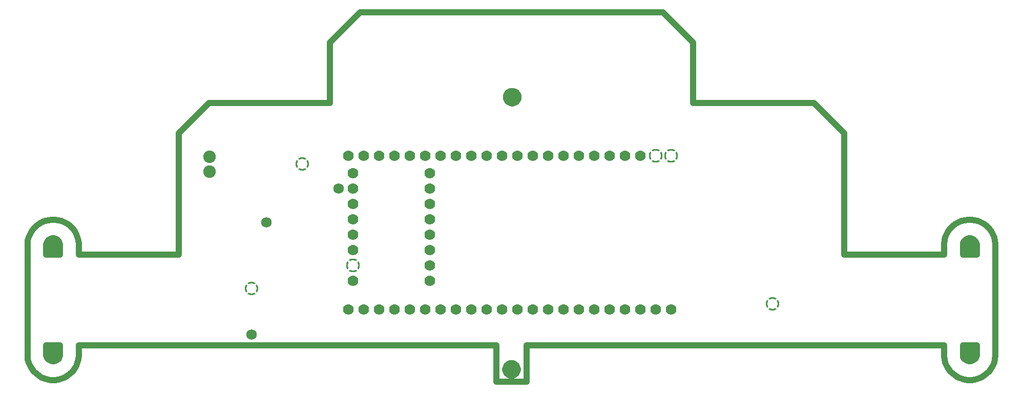
<source format=gbr>
%TF.GenerationSoftware,Altium Limited,Altium Designer,24.7.2 (38)*%
G04 Layer_Physical_Order=3*
G04 Layer_Color=128*
%FSLAX45Y45*%
%MOMM*%
%TF.SameCoordinates,4658354D-353F-4C49-8F46-90FD7368F250*%
%TF.FilePolarity,Negative*%
%TF.FileFunction,Copper,L3,Inr,Plane*%
%TF.Part,Single*%
G01*
G75*
%TA.AperFunction,NonConductor*%
%ADD25C,1.01600*%
%TA.AperFunction,ComponentPad*%
%ADD26C,2.06600*%
%ADD28C,1.77800*%
G04:AMPARAMS|DCode=29|XSize=2.286mm|YSize=2.286mm|CornerRadius=0mm|HoleSize=0mm|Usage=FLASHONLY|Rotation=0.000|XOffset=0mm|YOffset=0mm|HoleType=Round|Shape=Relief|Width=0.254mm|Gap=0.254mm|Entries=4|*
%AMTHD29*
7,0,0,2.28600,1.77800,0.25400,45*
%
%ADD29THD29*%
%TA.AperFunction,ViaPad*%
%ADD31C,1.72720*%
G04:AMPARAMS|DCode=32|XSize=2.2352mm|YSize=2.2352mm|CornerRadius=0mm|HoleSize=0mm|Usage=FLASHONLY|Rotation=0.000|XOffset=0mm|YOffset=0mm|HoleType=Round|Shape=Relief|Width=0.254mm|Gap=0.254mm|Entries=4|*
%AMTHD32*
7,0,0,2.23520,1.72720,0.25400,45*
%
%ADD32THD32*%
G36*
X8361098Y6054861D02*
X8379752Y6047134D01*
X8396540Y6035917D01*
X8410817Y6021640D01*
X8422034Y6004852D01*
X8429761Y5986198D01*
X8433700Y5966395D01*
Y5956300D01*
Y5946205D01*
X8429761Y5926402D01*
X8422034Y5907748D01*
X8410817Y5890960D01*
X8396540Y5876683D01*
X8379752Y5865466D01*
X8361098Y5857739D01*
X8341295Y5853800D01*
X8321105D01*
X8301302Y5857739D01*
X8282648Y5865466D01*
X8265860Y5876683D01*
X8251583Y5890960D01*
X8240366Y5907748D01*
X8232639Y5926402D01*
X8228700Y5946205D01*
Y5956300D01*
Y5966395D01*
X8232639Y5986198D01*
X8240366Y6004852D01*
X8251583Y6021640D01*
X8265860Y6035917D01*
X8282648Y6047134D01*
X8301302Y6054861D01*
X8321105Y6058800D01*
X8341295D01*
X8361098Y6054861D01*
D02*
G37*
G36*
X15938252Y3615098D02*
X15964478Y3599958D01*
X15985889Y3578547D01*
X16001028Y3552323D01*
X16008865Y3523075D01*
Y3507935D01*
Y3357935D01*
X15778865D01*
Y3507935D01*
Y3523075D01*
X15786702Y3552323D01*
X15801842Y3578547D01*
X15823253Y3599958D01*
X15849477Y3615098D01*
X15878725Y3622935D01*
X15909006D01*
X15938252Y3615098D01*
D02*
G37*
G36*
X788253D02*
X814476Y3599958D01*
X835888Y3578547D01*
X851028Y3552323D01*
X858865Y3523075D01*
Y3507935D01*
Y3357935D01*
X628865D01*
Y3507935D01*
Y3523075D01*
X636702Y3552323D01*
X651842Y3578547D01*
X673253Y3599958D01*
X699476Y3615098D01*
X728725Y3622935D01*
X759005D01*
X788253Y3615098D01*
D02*
G37*
G36*
X16008865Y1707935D02*
Y1692795D01*
X16001028Y1663547D01*
X15985889Y1637323D01*
X15964478Y1615912D01*
X15938252Y1600772D01*
X15909006Y1592935D01*
X15878725D01*
X15849477Y1600772D01*
X15823253Y1615912D01*
X15801842Y1637323D01*
X15786702Y1663547D01*
X15778865Y1692795D01*
Y1707935D01*
Y1857935D01*
X16008865D01*
Y1707935D01*
D02*
G37*
G36*
X858865D02*
Y1692795D01*
X851028Y1663547D01*
X835888Y1637323D01*
X814476Y1615912D01*
X788253Y1600772D01*
X759005Y1592935D01*
X728725D01*
X699476Y1600772D01*
X673253Y1615912D01*
X651842Y1637323D01*
X636702Y1663547D01*
X628865Y1692795D01*
Y1707935D01*
Y1857935D01*
X858865D01*
Y1707935D01*
D02*
G37*
G36*
X8348763Y1556496D02*
X8367417Y1548769D01*
X8384205Y1537552D01*
X8398482Y1523275D01*
X8409699Y1506487D01*
X8417426Y1487833D01*
X8421365Y1468030D01*
Y1457935D01*
Y1447840D01*
X8417426Y1428037D01*
X8409699Y1409383D01*
X8398482Y1392595D01*
X8384205Y1378318D01*
X8367417Y1367101D01*
X8348763Y1359374D01*
X8328960Y1355435D01*
X8308770D01*
X8288967Y1359374D01*
X8270313Y1367101D01*
X8253525Y1378318D01*
X8239248Y1392595D01*
X8228031Y1409383D01*
X8220304Y1428037D01*
X8216365Y1447840D01*
Y1457935D01*
Y1468030D01*
X8220304Y1487833D01*
X8228031Y1506487D01*
X8239248Y1523275D01*
X8253525Y1537552D01*
X8270313Y1548769D01*
X8288967Y1556496D01*
X8308770Y1560435D01*
X8328960D01*
X8348763Y1556496D01*
D02*
G37*
D25*
X8328960Y1560435D02*
X8348763Y1556496D01*
X8367417Y1548769D01*
X8384205Y1537552D01*
X8398482Y1523275D01*
X8409699Y1506487D01*
X8417426Y1487833D01*
X8421365Y1468030D01*
Y1457935D02*
Y1468030D01*
Y1447840D02*
Y1457935D01*
X8417426Y1428037D02*
X8421365Y1447840D01*
X8409699Y1409383D02*
X8417426Y1428037D01*
X8398482Y1392595D02*
X8409699Y1409383D01*
X8384205Y1378318D02*
X8398482Y1392595D01*
X8367417Y1367101D02*
X8384205Y1378318D01*
X8348763Y1359374D02*
X8367417Y1367101D01*
X8328960Y1355435D02*
X8348763Y1359374D01*
X8308770Y1355435D02*
X8328960D01*
X8288967Y1359374D02*
X8308770Y1355435D01*
X8270313Y1367101D02*
X8288967Y1359374D01*
X8253525Y1378318D02*
X8270313Y1367101D01*
X8239248Y1392595D02*
X8253525Y1378318D01*
X8228031Y1409383D02*
X8239248Y1392595D01*
X8220304Y1428037D02*
X8228031Y1409383D01*
X8216365Y1447840D02*
X8220304Y1428037D01*
X8216365Y1447840D02*
Y1457935D01*
Y1468030D01*
X8220304Y1487833D01*
X8228031Y1506487D01*
X8239248Y1523275D01*
X8253525Y1537552D01*
X8270313Y1548769D01*
X8288967Y1556496D01*
X8308770Y1560435D01*
X8328960D01*
X8341295Y6058800D02*
X8361098Y6054861D01*
X8379752Y6047134D01*
X8396540Y6035917D01*
X8410817Y6021640D01*
X8422034Y6004852D01*
X8429761Y5986198D01*
X8433700Y5966395D01*
Y5956300D02*
Y5966395D01*
Y5946205D02*
Y5956300D01*
X8429761Y5926402D02*
X8433700Y5946205D01*
X8422034Y5907748D02*
X8429761Y5926402D01*
X8410817Y5890960D02*
X8422034Y5907748D01*
X8396540Y5876683D02*
X8410817Y5890960D01*
X8379752Y5865466D02*
X8396540Y5876683D01*
X8361098Y5857739D02*
X8379752Y5865466D01*
X8341295Y5853800D02*
X8361098Y5857739D01*
X8321105Y5853800D02*
X8341295D01*
X8301302Y5857739D02*
X8321105Y5853800D01*
X8282648Y5865466D02*
X8301302Y5857739D01*
X8265860Y5876683D02*
X8282648Y5865466D01*
X8251583Y5890960D02*
X8265860Y5876683D01*
X8240366Y5907748D02*
X8251583Y5890960D01*
X8232639Y5926402D02*
X8240366Y5907748D01*
X8228700Y5946205D02*
X8232639Y5926402D01*
X8228700Y5946205D02*
Y5956300D01*
Y5966395D01*
X8232639Y5986198D01*
X8240366Y6004852D01*
X8251583Y6021640D01*
X8265860Y6035917D01*
X8282648Y6047134D01*
X8301302Y6054861D01*
X8321105Y6058800D01*
X8341295D01*
X16008865Y1707935D02*
Y1857935D01*
Y1692795D02*
Y1707935D01*
X16001028Y1663547D02*
X16008865Y1692795D01*
X15985889Y1637323D02*
X16001028Y1663547D01*
X15964478Y1615912D02*
X15985889Y1637323D01*
X15938252Y1600772D02*
X15964478Y1615912D01*
X15909006Y1592935D02*
X15938252Y1600772D01*
X15878725Y1592935D02*
X15909006D01*
X15849477Y1600772D02*
X15878725Y1592935D01*
X15823253Y1615912D02*
X15849477Y1600772D01*
X15801842Y1637323D02*
X15823253Y1615912D01*
X15786702Y1663547D02*
X15801842Y1637323D01*
X15778865Y1692795D02*
X15786702Y1663547D01*
X15778865Y1692795D02*
Y1707935D01*
Y1857935D01*
X16008865D01*
X15909006Y3622935D02*
X15938252Y3615098D01*
X15964478Y3599958D01*
X15985889Y3578547D01*
X16001028Y3552323D01*
X16008865Y3523075D01*
Y3507935D02*
Y3523075D01*
Y3357935D02*
Y3507935D01*
X15778865Y3357935D02*
X16008865D01*
X15778865D02*
Y3507935D01*
Y3523075D01*
X15786702Y3552323D01*
X15801842Y3578547D01*
X15823253Y3599958D01*
X15849477Y3615098D01*
X15878725Y3622935D01*
X15909006D01*
X858865Y1707935D02*
Y1857935D01*
Y1692795D02*
Y1707935D01*
X851028Y1663547D02*
X858865Y1692795D01*
X835888Y1637323D02*
X851028Y1663547D01*
X814476Y1615912D02*
X835888Y1637323D01*
X788253Y1600772D02*
X814476Y1615912D01*
X759005Y1592935D02*
X788253Y1600772D01*
X728725Y1592935D02*
X759005D01*
X699476Y1600772D02*
X728725Y1592935D01*
X673253Y1615912D02*
X699476Y1600772D01*
X651842Y1637323D02*
X673253Y1615912D01*
X636702Y1663547D02*
X651842Y1637323D01*
X628865Y1692795D02*
X636702Y1663547D01*
X628865Y1692795D02*
Y1707935D01*
Y1857935D01*
X858865D01*
X759005Y3622935D02*
X788253Y3615098D01*
X814476Y3599958D01*
X835888Y3578547D01*
X851028Y3552323D01*
X858865Y3523075D01*
Y3507935D02*
Y3523075D01*
Y3357935D02*
Y3507935D01*
X628865Y3357935D02*
X858865D01*
X628865D02*
Y3507935D01*
Y3523075D01*
X636702Y3552323D01*
X651842Y3578547D01*
X673253Y3599958D01*
X699476Y3615098D01*
X728725Y3622935D01*
X759005D01*
X1168865Y3535791D02*
X1168865Y3507935D01*
X1161593Y3591026D02*
X1168865Y3535791D01*
X1147173Y3644840D02*
X1161593Y3591026D01*
X1125853Y3696311D02*
X1147173Y3644840D01*
X1097998Y3744559D02*
X1125853Y3696311D01*
X1064082Y3788758D02*
X1097998Y3744559D01*
X1024688Y3828152D02*
X1064082Y3788758D01*
X980489Y3862068D02*
X1024688Y3828152D01*
X932241Y3889924D02*
X980489Y3862068D01*
X880770Y3911244D02*
X932241Y3889924D01*
X826956Y3925663D02*
X880770Y3911244D01*
X771721Y3932935D02*
X826956Y3925663D01*
X716009Y3932935D02*
X771721D01*
X660773Y3925663D02*
X716009Y3932935D01*
X606960Y3911244D02*
X660773Y3925663D01*
X555489Y3889924D02*
X606960Y3911244D01*
X507241Y3862068D02*
X555489Y3889924D01*
X463041Y3828152D02*
X507241Y3862068D01*
X423647Y3788758D02*
X463041Y3828152D01*
X389732Y3744559D02*
X423647Y3788758D01*
X361876Y3696311D02*
X389732Y3744559D01*
X340556Y3644840D02*
X361876Y3696311D01*
X326137Y3591026D02*
X340556Y3644840D01*
X318865Y3535791D02*
X326137Y3591026D01*
X318865Y3507935D02*
Y3535791D01*
X318865Y1680079D02*
Y1707935D01*
Y1680079D02*
X326137Y1624844D01*
X340556Y1571030D01*
X361876Y1519559D01*
X389732Y1471311D01*
X423648Y1427112D01*
X463042Y1387718D01*
X507241Y1353802D01*
X555489Y1325946D01*
X606960Y1304626D01*
X660774Y1290207D01*
X716009Y1282935D01*
X771721D01*
X826956Y1290207D01*
X880770Y1304626D01*
X932241Y1325946D01*
X980489Y1353802D01*
X1024688Y1387718D01*
X1064082Y1427112D01*
X1097998Y1471311D01*
X1125854Y1519559D01*
X1147174Y1571030D01*
X1161593Y1624844D01*
X1168865Y1680079D01*
Y1707935D01*
X15468864Y1680079D02*
Y1707935D01*
Y1680079D02*
X15476137Y1624844D01*
X15490556Y1571030D01*
X15511876Y1519559D01*
X15539732Y1471311D01*
X15573647Y1427112D01*
X15613042Y1387718D01*
X15657240Y1353802D01*
X15705489Y1325946D01*
X15756960Y1304626D01*
X15810773Y1290207D01*
X15866010Y1282935D01*
X15921721D01*
X15976956Y1290207D01*
X16030769Y1304626D01*
X16082240Y1325946D01*
X16130489Y1353802D01*
X16174689Y1387718D01*
X16214082Y1427112D01*
X16247997Y1471311D01*
X16275853Y1519559D01*
X16297173Y1571030D01*
X16311594Y1624844D01*
X16318864Y1680079D01*
Y1707935D01*
Y3507935D01*
Y3535791D01*
X16311594Y3591026D02*
X16318864Y3535791D01*
X16297173Y3644840D02*
X16311594Y3591026D01*
X16275853Y3696311D02*
X16297173Y3644840D01*
X16247997Y3744559D02*
X16275853Y3696311D01*
X16214082Y3788758D02*
X16247997Y3744559D01*
X16174689Y3828152D02*
X16214082Y3788758D01*
X16130489Y3862068D02*
X16174689Y3828152D01*
X16082240Y3889924D02*
X16130489Y3862068D01*
X16030769Y3911244D02*
X16082240Y3889924D01*
X15976956Y3925663D02*
X16030769Y3911244D01*
X15921721Y3932935D02*
X15976956Y3925663D01*
X15866010Y3932935D02*
X15921721D01*
X15810773Y3925663D02*
X15866010Y3932935D01*
X15756960Y3911244D02*
X15810773Y3925663D01*
X15705489Y3889924D02*
X15756960Y3911244D01*
X15657240Y3862068D02*
X15705489Y3889924D01*
X15613042Y3828152D02*
X15657240Y3862068D01*
X15573647Y3788758D02*
X15613042Y3828152D01*
X15539732Y3744559D02*
X15573647Y3788758D01*
X15511876Y3696311D02*
X15539732Y3744559D01*
X15490556Y3644840D02*
X15511876Y3696311D01*
X15476137Y3591026D02*
X15490556Y3644840D01*
X15468864Y3535791D02*
X15476137Y3591026D01*
X15468864Y3507935D02*
Y3535791D01*
X1168865Y1707935D02*
Y1857935D01*
X8068865D01*
Y1257935D02*
Y1857935D01*
Y1257935D02*
X8568865D01*
Y1857935D01*
X15468864D01*
Y1707935D02*
Y1857935D01*
Y3357935D02*
Y3507935D01*
X13818864Y3357935D02*
X15468864D01*
X13818864D02*
Y5357935D01*
X13318864Y5857935D02*
X13818864Y5357935D01*
X11318865Y5857935D02*
X13318864D01*
X11318865D02*
Y6857935D01*
X10818865Y7357935D02*
X11318865Y6857935D01*
X5818865Y7357935D02*
X10818865D01*
X5318865Y6857935D02*
X5818865Y7357935D01*
X5318865Y5857935D02*
Y6857935D01*
X3318865Y5857935D02*
X5318865D01*
X2818865Y5357935D02*
X3318865Y5857935D01*
X2818865Y3357935D02*
Y5357935D01*
X1168865Y3357935D02*
X2818865D01*
X1168865D02*
Y3507935D01*
X318865D02*
X318865Y1707935D01*
D26*
X3327400Y4974400D02*
D03*
Y4724400D02*
D03*
D28*
X6972300Y2921000D02*
D03*
Y3175000D02*
D03*
Y3429000D02*
D03*
Y3683000D02*
D03*
Y3937000D02*
D03*
Y4191000D02*
D03*
Y4445000D02*
D03*
Y4699000D02*
D03*
X5702300D02*
D03*
Y4445000D02*
D03*
Y4191000D02*
D03*
Y3937000D02*
D03*
Y3683000D02*
D03*
Y3429000D02*
D03*
Y2921000D02*
D03*
X10452100Y4991100D02*
D03*
X10198100D02*
D03*
X9944100D02*
D03*
X9690100D02*
D03*
X9436100D02*
D03*
X9182100D02*
D03*
X8928100D02*
D03*
X8674100D02*
D03*
X8420100D02*
D03*
X8166100D02*
D03*
X7912100D02*
D03*
X7658100D02*
D03*
X7404100D02*
D03*
X7150100D02*
D03*
X6896100D02*
D03*
X6642100D02*
D03*
X6388100D02*
D03*
X6134100D02*
D03*
X5880100D02*
D03*
X5626100D02*
D03*
X10960100Y2451100D02*
D03*
X10706100D02*
D03*
X10452100D02*
D03*
X10198100D02*
D03*
X9944100D02*
D03*
X9690100D02*
D03*
X9436100D02*
D03*
X9182100D02*
D03*
X8928100D02*
D03*
X8674100D02*
D03*
X8420100D02*
D03*
X8166100D02*
D03*
X7912100D02*
D03*
X7658100D02*
D03*
X7404100D02*
D03*
X6896100D02*
D03*
X6642100D02*
D03*
X6388100D02*
D03*
X6134100D02*
D03*
X5880100D02*
D03*
X5626100D02*
D03*
X7150100D02*
D03*
D29*
X5702300Y3175000D02*
D03*
X10706100Y4991100D02*
D03*
X10960100D02*
D03*
D31*
X5461000Y4445000D02*
D03*
X4025900Y2032000D02*
D03*
X4267200Y3886200D02*
D03*
D32*
X4025900Y2794000D02*
D03*
X4864100Y4851400D02*
D03*
X12636500Y2540000D02*
D03*
%TF.MD5,987327290b2fad75a7ecd9aaa93b747e*%
M02*

</source>
